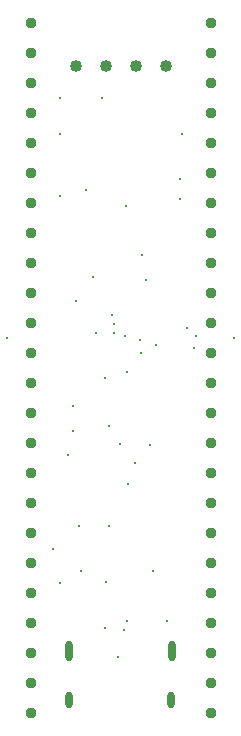
<source format=gbr>
%TF.GenerationSoftware,Altium Limited,Altium Designer,22.10.1 (41)*%
G04 Layer_Color=0*
%FSLAX45Y45*%
%MOMM*%
%TF.SameCoordinates,F1D13F34-3715-448E-B12D-83C564530F5A*%
%TF.FilePolarity,Positive*%
%TF.FileFunction,Plated,1,2,PTH,Drill*%
%TF.Part,Single*%
G01*
G75*
%TA.AperFunction,ComponentDrill*%
%ADD72C,0.94000*%
%ADD73O,0.65000X1.72032*%
%ADD74O,0.65000X1.40000*%
%ADD75C,1.02000*%
%TA.AperFunction,ViaDrill,NotFilled*%
%ADD76C,0.25000*%
D72*
X4777000Y1395000D02*
D03*
Y1649000D02*
D03*
Y1903000D02*
D03*
Y2157000D02*
D03*
Y2411000D02*
D03*
Y2665000D02*
D03*
Y2919000D02*
D03*
Y3173000D02*
D03*
Y3427000D02*
D03*
Y3681000D02*
D03*
Y3935000D02*
D03*
Y4189000D02*
D03*
Y4443000D02*
D03*
Y4697000D02*
D03*
Y4951000D02*
D03*
Y5205000D02*
D03*
Y5459000D02*
D03*
Y5713000D02*
D03*
Y5967000D02*
D03*
Y6221000D02*
D03*
Y6475000D02*
D03*
Y6729000D02*
D03*
Y6983000D02*
D03*
Y7237000D02*
D03*
X3253000Y1395000D02*
D03*
Y1649000D02*
D03*
Y1903000D02*
D03*
Y2157000D02*
D03*
Y2411000D02*
D03*
Y2665000D02*
D03*
Y2919000D02*
D03*
Y3173000D02*
D03*
Y3427000D02*
D03*
Y3681000D02*
D03*
Y3935000D02*
D03*
Y4189000D02*
D03*
Y4443000D02*
D03*
Y4697000D02*
D03*
Y4951000D02*
D03*
Y5205000D02*
D03*
Y5459000D02*
D03*
Y5713000D02*
D03*
Y5967000D02*
D03*
Y6221000D02*
D03*
Y6475000D02*
D03*
Y6729000D02*
D03*
Y6983000D02*
D03*
Y7237000D02*
D03*
D73*
X4447500Y1920000D02*
D03*
X3580700Y1921600D02*
D03*
D74*
X4445700Y1503600D02*
D03*
X3580700D02*
D03*
D75*
X3634501Y6872500D02*
D03*
X3888501D02*
D03*
X4142501D02*
D03*
X4396501D02*
D03*
D76*
X4062500Y5685000D02*
D03*
X3777500Y5085000D02*
D03*
X4515002Y5914999D02*
D03*
X4975000Y4570000D02*
D03*
X4260000Y3662500D02*
D03*
X4649999Y4586198D02*
D03*
X4575000Y4657500D02*
D03*
X4640000Y4487500D02*
D03*
X3505000Y6605000D02*
D03*
X3635000Y4885000D02*
D03*
X4517500Y5750000D02*
D03*
X3055000Y4568400D02*
D03*
X3504801Y5770699D02*
D03*
X4067500Y2175000D02*
D03*
X4405000D02*
D03*
X4292500Y2597500D02*
D03*
X3682500Y2600000D02*
D03*
X4535000Y6292500D02*
D03*
X3886601Y2112500D02*
D03*
X4317500Y4512500D02*
D03*
X3572500Y3580000D02*
D03*
X3920000Y3825000D02*
D03*
X3504300Y2492300D02*
D03*
X3610000Y3782500D02*
D03*
X3610701Y3995198D02*
D03*
X3882699Y4234302D02*
D03*
X4007500Y3672500D02*
D03*
X4196178Y5273301D02*
D03*
X4079966Y3334798D02*
D03*
X4232500Y5062500D02*
D03*
X4070000Y4280000D02*
D03*
X3660000Y2980000D02*
D03*
X3920000D02*
D03*
X3856147Y6605000D02*
D03*
X3445000Y2785000D02*
D03*
X4135998Y3510002D02*
D03*
X4045000Y2095000D02*
D03*
X3945000Y4765000D02*
D03*
X3805000Y4615000D02*
D03*
X4055000Y4585000D02*
D03*
X4188296Y4442719D02*
D03*
X4175000Y4555000D02*
D03*
X3725000Y5825000D02*
D03*
X3504425Y6297248D02*
D03*
X3959894Y4611017D02*
D03*
X3894300Y2502300D02*
D03*
X3990000Y1865000D02*
D03*
X3955000Y4685000D02*
D03*
%TF.MD5,57f68d73b8727f1dffb88949a964b3a6*%
M02*

</source>
